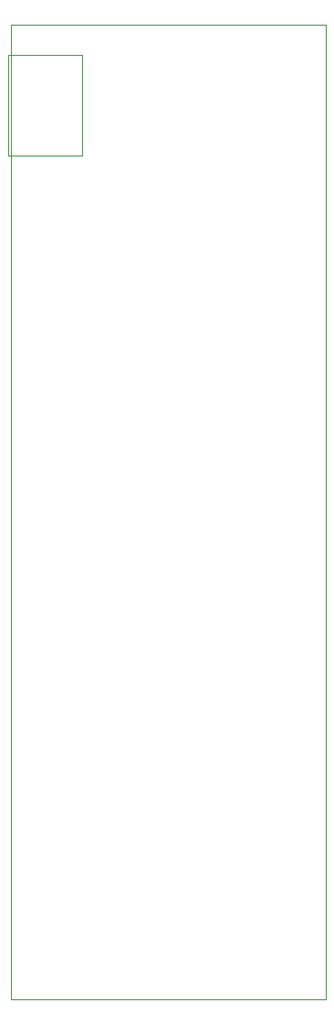
<source format=gbr>
%TF.GenerationSoftware,KiCad,Pcbnew,9.0.2*%
%TF.CreationDate,2025-07-20T12:07:01-04:00*%
%TF.ProjectId,Glasses_V0.1,476c6173-7365-4735-9f56-302e312e6b69,rev?*%
%TF.SameCoordinates,Original*%
%TF.FileFunction,Profile,NP*%
%FSLAX46Y46*%
G04 Gerber Fmt 4.6, Leading zero omitted, Abs format (unit mm)*
G04 Created by KiCad (PCBNEW 9.0.2) date 2025-07-20 12:07:01*
%MOMM*%
%LPD*%
G01*
G04 APERTURE LIST*
%TA.AperFunction,Profile*%
%ADD10C,0.050000*%
%TD*%
%TA.AperFunction,Profile*%
%ADD11C,0.010000*%
%TD*%
G04 APERTURE END LIST*
D10*
X31115000Y-34925000D02*
X60325000Y-34925000D01*
X60325000Y-125095000D01*
X31115000Y-125095000D01*
X31115000Y-34925000D01*
D11*
%TO.C,J2*%
X30820000Y-37748250D02*
X37720000Y-37748250D01*
X30820000Y-46988250D02*
X30820000Y-37748250D01*
X37720000Y-37748250D02*
X37720000Y-46988250D01*
X37720000Y-46988250D02*
X30820000Y-46988250D01*
%TD*%
M02*

</source>
